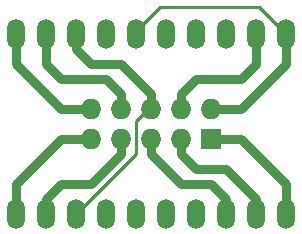
<source format=gbr>
G04 #@! TF.FileFunction,Copper,L1,Top,Signal*
%FSLAX46Y46*%
G04 Gerber Fmt 4.6, Leading zero omitted, Abs format (unit mm)*
G04 Created by KiCad (PCBNEW 4.0.2+e4-6225~38~ubuntu14.04.1-stable) date Sun 09 Oct 2016 12:28:54 PM CEST*
%MOMM*%
G01*
G04 APERTURE LIST*
%ADD10C,0.100000*%
%ADD11O,1.524000X2.524000*%
%ADD12R,1.727200X1.727200*%
%ADD13O,1.727200X1.727200*%
%ADD14C,0.600000*%
%ADD15C,0.762000*%
%ADD16C,0.254000*%
G04 APERTURE END LIST*
D10*
D11*
X110490000Y-111760000D03*
X113030000Y-111760000D03*
X115570000Y-111760000D03*
X118110000Y-111760000D03*
X120650000Y-111760000D03*
X120650000Y-96520000D03*
X118110000Y-96520000D03*
X115570000Y-96520000D03*
X113030000Y-96520000D03*
X110490000Y-96520000D03*
X123190000Y-111760000D03*
X125730000Y-111760000D03*
X128270000Y-111760000D03*
X130810000Y-111760000D03*
X133350000Y-111760000D03*
X133350000Y-96520000D03*
X130810000Y-96520000D03*
X128270000Y-96520000D03*
X125730000Y-96520000D03*
X123190000Y-96520000D03*
D12*
X127000000Y-105410000D03*
D13*
X127000000Y-102870000D03*
X124460000Y-105410000D03*
X124460000Y-102870000D03*
X121920000Y-105410000D03*
X121920000Y-102870000D03*
X119380000Y-105410000D03*
X119380000Y-102870000D03*
X116840000Y-105410000D03*
X116840000Y-102870000D03*
D14*
X115570000Y-111760000D03*
D15*
X116840000Y-105410000D02*
X114300000Y-105410000D01*
X110490000Y-109220000D02*
X110490000Y-111760000D01*
X114300000Y-105410000D02*
X110490000Y-109220000D01*
X119380000Y-105410000D02*
X119380000Y-106680000D01*
X113030000Y-110490000D02*
X113030000Y-111760000D01*
X114300000Y-109220000D02*
X113030000Y-110490000D01*
X116840000Y-109220000D02*
X114300000Y-109220000D01*
X119380000Y-106680000D02*
X116840000Y-109220000D01*
D16*
X115570000Y-111760000D02*
X120396000Y-106934000D01*
X120650000Y-103886000D02*
X121666000Y-102870000D01*
X120650000Y-106680000D02*
X120650000Y-103886000D01*
X120396000Y-106934000D02*
X120650000Y-106680000D01*
X121666000Y-102870000D02*
X121920000Y-102870000D01*
D15*
X121920000Y-102870000D02*
X121920000Y-101600000D01*
X115570000Y-97790000D02*
X115570000Y-96520000D01*
X116840000Y-99060000D02*
X115570000Y-97790000D01*
X119380000Y-99060000D02*
X116840000Y-99060000D01*
X121920000Y-101600000D02*
X119380000Y-99060000D01*
X124460000Y-105410000D02*
X124460000Y-106680000D01*
X130810000Y-110490000D02*
X130810000Y-111760000D01*
X128270000Y-107950000D02*
X130810000Y-110490000D01*
X125730000Y-107950000D02*
X128270000Y-107950000D01*
X124460000Y-106680000D02*
X125730000Y-107950000D01*
X127000000Y-105410000D02*
X129540000Y-105410000D01*
X133350000Y-109220000D02*
X133350000Y-111760000D01*
X129540000Y-105410000D02*
X133350000Y-109220000D01*
D16*
X120650000Y-96520000D02*
X120650000Y-96266000D01*
X120650000Y-96266000D02*
X122682000Y-94234000D01*
X122682000Y-94234000D02*
X131064000Y-94234000D01*
X131064000Y-94234000D02*
X133350000Y-96520000D01*
D15*
X127000000Y-102870000D02*
X129540000Y-102870000D01*
X133350000Y-99060000D02*
X133350000Y-96520000D01*
X129540000Y-102870000D02*
X133350000Y-99060000D01*
X124460000Y-102870000D02*
X124460000Y-101600000D01*
X130810000Y-99060000D02*
X130810000Y-96520000D01*
X129540000Y-100330000D02*
X130810000Y-99060000D01*
X125730000Y-100330000D02*
X129540000Y-100330000D01*
X124460000Y-101600000D02*
X125730000Y-100330000D01*
X119380000Y-102870000D02*
X119380000Y-101600000D01*
X113030000Y-99060000D02*
X113030000Y-96520000D01*
X114300000Y-100330000D02*
X113030000Y-99060000D01*
X118110000Y-100330000D02*
X114300000Y-100330000D01*
X119380000Y-101600000D02*
X118110000Y-100330000D01*
X116840000Y-102870000D02*
X114300000Y-102870000D01*
X110490000Y-99060000D02*
X110490000Y-96520000D01*
X114300000Y-102870000D02*
X110490000Y-99060000D01*
X121920000Y-105410000D02*
X121920000Y-106680000D01*
X128270000Y-110490000D02*
X128270000Y-111760000D01*
X127000000Y-109220000D02*
X128270000Y-110490000D01*
X124460000Y-109220000D02*
X127000000Y-109220000D01*
X121920000Y-106680000D02*
X124460000Y-109220000D01*
M02*

</source>
